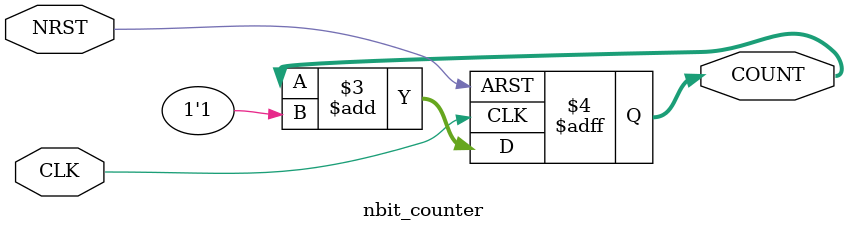
<source format=v>
module nbit_counter #(
  parameter             BIT = 8 
) (
  input  wire           CLK   ,
  input  wire           NRST  ,
  output reg  [BIT-1:0] COUNT
) ;

  always @(posedge CLK or negedge NRST) begin
    if (!NRST) begin
      COUNT[BIT-1:0] <= {BIT{1'b0}};
    end else begin
      COUNT[BIT-1:0] <= COUNT[BIT-1:0] + 1'b1;
    end
  end

endmodule

</source>
